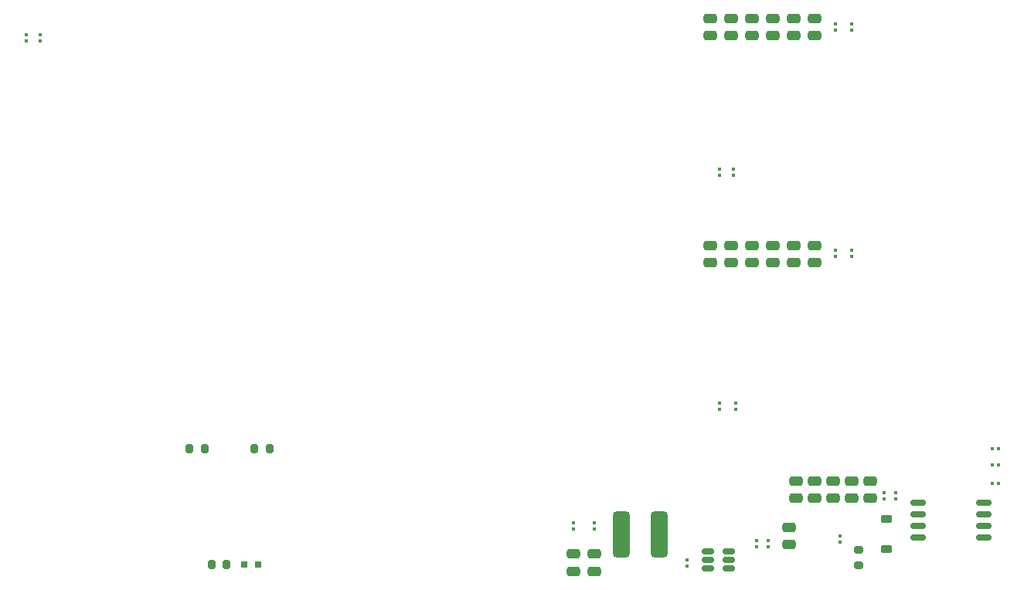
<source format=gbr>
%TF.GenerationSoftware,KiCad,Pcbnew,9.0.4*%
%TF.CreationDate,2025-09-24T21:04:32+02:00*%
%TF.ProjectId,stepperbalancerelektonics,73746570-7065-4726-9261-6c616e636572,rev?*%
%TF.SameCoordinates,Original*%
%TF.FileFunction,Paste,Top*%
%TF.FilePolarity,Positive*%
%FSLAX46Y46*%
G04 Gerber Fmt 4.6, Leading zero omitted, Abs format (unit mm)*
G04 Created by KiCad (PCBNEW 9.0.4) date 2025-09-24 21:04:32*
%MOMM*%
%LPD*%
G01*
G04 APERTURE LIST*
G04 Aperture macros list*
%AMRoundRect*
0 Rectangle with rounded corners*
0 $1 Rounding radius*
0 $2 $3 $4 $5 $6 $7 $8 $9 X,Y pos of 4 corners*
0 Add a 4 corners polygon primitive as box body*
4,1,4,$2,$3,$4,$5,$6,$7,$8,$9,$2,$3,0*
0 Add four circle primitives for the rounded corners*
1,1,$1+$1,$2,$3*
1,1,$1+$1,$4,$5*
1,1,$1+$1,$6,$7*
1,1,$1+$1,$8,$9*
0 Add four rect primitives between the rounded corners*
20,1,$1+$1,$2,$3,$4,$5,0*
20,1,$1+$1,$4,$5,$6,$7,0*
20,1,$1+$1,$6,$7,$8,$9,0*
20,1,$1+$1,$8,$9,$2,$3,0*%
G04 Aperture macros list end*
%ADD10RoundRect,0.162500X0.650000X0.162500X-0.650000X0.162500X-0.650000X-0.162500X0.650000X-0.162500X0*%
%ADD11RoundRect,0.079500X0.100500X-0.079500X0.100500X0.079500X-0.100500X0.079500X-0.100500X-0.079500X0*%
%ADD12RoundRect,0.250000X-0.475000X0.250000X-0.475000X-0.250000X0.475000X-0.250000X0.475000X0.250000X0*%
%ADD13RoundRect,0.079500X-0.100500X0.079500X-0.100500X-0.079500X0.100500X-0.079500X0.100500X0.079500X0*%
%ADD14RoundRect,0.200000X-0.200000X-0.275000X0.200000X-0.275000X0.200000X0.275000X-0.200000X0.275000X0*%
%ADD15RoundRect,0.250000X0.475000X-0.250000X0.475000X0.250000X-0.475000X0.250000X-0.475000X-0.250000X0*%
%ADD16RoundRect,0.200000X0.275000X-0.200000X0.275000X0.200000X-0.275000X0.200000X-0.275000X-0.200000X0*%
%ADD17R,0.800000X0.800000*%
%ADD18RoundRect,0.079500X0.079500X0.100500X-0.079500X0.100500X-0.079500X-0.100500X0.079500X-0.100500X0*%
%ADD19RoundRect,0.225000X-0.375000X0.225000X-0.375000X-0.225000X0.375000X-0.225000X0.375000X0.225000X0*%
%ADD20RoundRect,0.079500X-0.079500X-0.100500X0.079500X-0.100500X0.079500X0.100500X-0.079500X0.100500X0*%
%ADD21RoundRect,0.150000X0.512500X0.150000X-0.512500X0.150000X-0.512500X-0.150000X0.512500X-0.150000X0*%
%ADD22RoundRect,0.475000X0.475000X2.075000X-0.475000X2.075000X-0.475000X-2.075000X0.475000X-2.075000X0*%
G04 APERTURE END LIST*
D10*
%TO.C,PMOS1*%
X176307500Y-107823000D03*
X176307500Y-106553000D03*
X176307500Y-105283000D03*
X176307500Y-104013000D03*
X169132500Y-104013000D03*
X169132500Y-105283000D03*
X169132500Y-106553000D03*
X169132500Y-107823000D03*
%TD*%
D11*
%TO.C,C41*%
X133604000Y-106862000D03*
X133604000Y-106172000D03*
%TD*%
D12*
%TO.C,C18*%
X155448000Y-75758000D03*
X155448000Y-77658000D03*
%TD*%
D13*
%TO.C,C38*%
X152654000Y-108144000D03*
X152654000Y-108834000D03*
%TD*%
D14*
%TO.C,R3*%
X89282000Y-98044000D03*
X90932000Y-98044000D03*
%TD*%
D11*
%TO.C,C12*%
X147320000Y-93726000D03*
X147320000Y-93036000D03*
%TD*%
D12*
%TO.C,C22*%
X157734000Y-75758000D03*
X157734000Y-77658000D03*
%TD*%
D11*
%TO.C,C39*%
X151384000Y-108834000D03*
X151384000Y-108144000D03*
%TD*%
D12*
%TO.C,C19*%
X153162000Y-75758000D03*
X153162000Y-77658000D03*
%TD*%
%TO.C,C26*%
X146304000Y-50866000D03*
X146304000Y-52766000D03*
%TD*%
D11*
%TO.C,C4*%
X166624000Y-103560000D03*
X166624000Y-102870000D03*
%TD*%
D15*
%TO.C,C11*%
X163830000Y-103500000D03*
X163830000Y-101600000D03*
%TD*%
D11*
%TO.C,C16*%
X160020000Y-76987000D03*
X160020000Y-76297000D03*
%TD*%
D12*
%TO.C,C37*%
X154940000Y-106680000D03*
X154940000Y-108580000D03*
%TD*%
D16*
%TO.C,R5*%
X162560000Y-110807000D03*
X162560000Y-109157000D03*
%TD*%
D11*
%TO.C,C32*%
X72898000Y-53365000D03*
X72898000Y-52675000D03*
%TD*%
D17*
%TO.C,D2*%
X96762000Y-110744000D03*
X95262000Y-110744000D03*
%TD*%
D13*
%TO.C,C34*%
X143764000Y-110269000D03*
X143764000Y-110959000D03*
%TD*%
%TO.C,C30*%
X161798000Y-51471000D03*
X161798000Y-52161000D03*
%TD*%
D18*
%TO.C,C14*%
X177891000Y-98044000D03*
X177201000Y-98044000D03*
%TD*%
D12*
%TO.C,C17*%
X150876000Y-75758000D03*
X150876000Y-77658000D03*
%TD*%
D19*
%TO.C,D1*%
X165608000Y-105792000D03*
X165608000Y-109092000D03*
%TD*%
D12*
%TO.C,C25*%
X157734000Y-50866000D03*
X157734000Y-52766000D03*
%TD*%
%TO.C,C23*%
X148590000Y-50866000D03*
X148590000Y-52766000D03*
%TD*%
%TO.C,C35*%
X133604000Y-109606000D03*
X133604000Y-111506000D03*
%TD*%
D13*
%TO.C,C31*%
X160528000Y-107605000D03*
X160528000Y-108295000D03*
%TD*%
%TO.C,C5*%
X149098000Y-93036000D03*
X149098000Y-93726000D03*
%TD*%
D15*
%TO.C,C8*%
X157734000Y-103500000D03*
X157734000Y-101600000D03*
%TD*%
D12*
%TO.C,C20*%
X146304000Y-75758000D03*
X146304000Y-77658000D03*
%TD*%
D20*
%TO.C,C2*%
X177201000Y-99822000D03*
X177891000Y-99822000D03*
%TD*%
D12*
%TO.C,C36*%
X131318000Y-109606000D03*
X131318000Y-111506000D03*
%TD*%
D11*
%TO.C,C29*%
X160020000Y-52161000D03*
X160020000Y-51471000D03*
%TD*%
D21*
%TO.C,U1*%
X148336000Y-111186000D03*
X148336000Y-110236000D03*
X148336000Y-109286000D03*
X146061000Y-109286000D03*
X146061000Y-110236000D03*
X146061000Y-111186000D03*
%TD*%
D14*
%TO.C,R4*%
X96394000Y-98044000D03*
X98044000Y-98044000D03*
%TD*%
%TO.C,R1*%
X91694000Y-110744000D03*
X93344000Y-110744000D03*
%TD*%
D15*
%TO.C,C7*%
X155702000Y-103500000D03*
X155702000Y-101600000D03*
%TD*%
D13*
%TO.C,C15*%
X161798000Y-76297000D03*
X161798000Y-76987000D03*
%TD*%
%TO.C,C33*%
X71374000Y-52675000D03*
X71374000Y-53365000D03*
%TD*%
D11*
%TO.C,C13*%
X147320000Y-68072000D03*
X147320000Y-67382000D03*
%TD*%
D13*
%TO.C,C6*%
X148844000Y-67382000D03*
X148844000Y-68072000D03*
%TD*%
D12*
%TO.C,C28*%
X155448000Y-50866000D03*
X155448000Y-52766000D03*
%TD*%
D11*
%TO.C,C1*%
X165354000Y-103560000D03*
X165354000Y-102870000D03*
%TD*%
D18*
%TO.C,C3*%
X177891000Y-101854000D03*
X177201000Y-101854000D03*
%TD*%
D12*
%TO.C,C21*%
X148590000Y-75758000D03*
X148590000Y-77658000D03*
%TD*%
D15*
%TO.C,C9*%
X159766000Y-103500000D03*
X159766000Y-101600000D03*
%TD*%
D12*
%TO.C,C24*%
X153162000Y-50866000D03*
X153162000Y-52766000D03*
%TD*%
D22*
%TO.C,L1*%
X140784000Y-107442000D03*
X136584000Y-107442000D03*
%TD*%
D15*
%TO.C,C10*%
X161798000Y-103500000D03*
X161798000Y-101600000D03*
%TD*%
D12*
%TO.C,C27*%
X150876000Y-50866000D03*
X150876000Y-52766000D03*
%TD*%
D13*
%TO.C,C40*%
X131318000Y-106172000D03*
X131318000Y-106862000D03*
%TD*%
M02*

</source>
